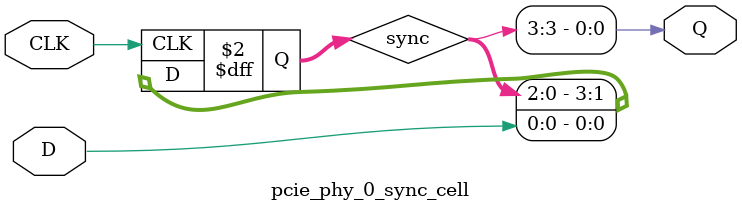
<source format=v>

`timescale 1ps / 1ps

(* DowngradeIPIdentifiedWarnings = "yes" *)
module pcie_phy_0_sync_cell #
(
    parameter integer STAGE = 3
)
(
    //-------------------------------------------------------------------------- 
    //  Input Ports
    //-------------------------------------------------------------------------- 
    input                               CLK,
    input                               D,
    
    //-------------------------------------------------------------------------- 
    //  Output Ports
    //-------------------------------------------------------------------------- 
    output                              Q
);
    //-------------------------------------------------------------------------- 
    //  Synchronized Signals
    //--------------------------------------------------------------------------  
    (* ASYNC_REG = "TRUE", SHIFT_EXTRACT = "NO" *) reg [STAGE:0] sync;                                                            



//--------------------------------------------------------------------------------------------------
//  Synchronizier
//--------------------------------------------------------------------------------------------------
always @ (posedge CLK)
begin

    sync <= {sync[(STAGE-1):0], D};
            
end   



//--------------------------------------------------------------------------------------------------
//  Generate Output
//--------------------------------------------------------------------------------------------------
assign Q = sync[STAGE];



endmodule

</source>
